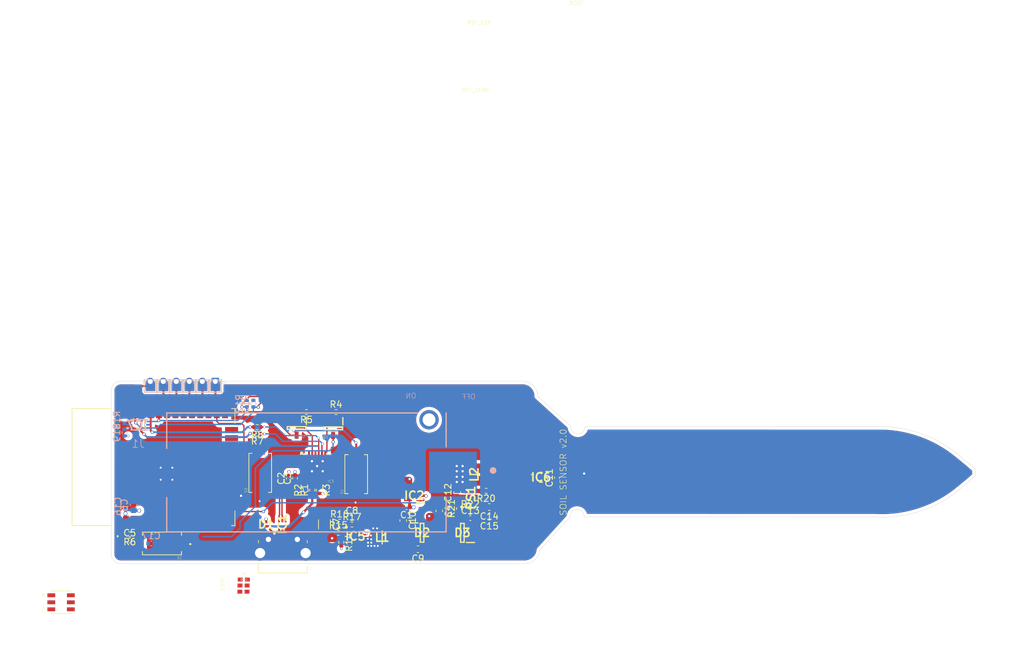
<source format=kicad_pcb>
(kicad_pcb (version 20211014) (generator pcbnew)
  (layers (0 "F.Cu" signal) (1 "In1.Cu" power "GND.Cu") (2 "In2.Cu" mixed "PWR.Cu") (31 "B.Cu" signal "B.cu") (34 "B.Paste" user) (35 "F.Paste" user) (36 "B.SilkS" user "B.Silkscreen") (37 "F.SilkS" user "F.Silkscreen") (38 "B.Mask" user) (39 "F.Mask" user) (44 "Edge.Cuts" user))
  (net 0 "")
  (net 1 "GND")
  (net 2 "+5V")
  (net 3 "Net-(LED1-Pad6)")
  (net 4 "Net-(LED1-Pad4)")
  (net 5 "Net-(LED1-Pad2)")
  (net 6 "+3.3V")
  (net 7 "/esp32/RST_ESP_N")
  (net 8 "Net-(Q2-Pad1)")
  (net 9 "Net-(Q1-Pad1)")
  (net 10 "/USB2_P")
  (net 11 "/USB2_N")
  (net 12 "/usb_to uart/RTS")
  (net 13 "/esp32/RXD")
  (net 14 "/esp32/TXD")
  (net 15 "/usb_to uart/DTR")
  (net 16 "/esp32/EN_SENS")
  (net 17 "/esp32/CONNECT_OK")
  (net 18 "/esp32/ERROR")
  (net 19 "/esp32/ESPTOUCH")
  (net 20 "/esp32/touch_sens")
  (net 21 "/esp32/~{RST_SSID}")
  (net 22 "/esp32/IO16")
  (net 23 "/esp32/IO17")
  (net 24 "/esp32/IO5")
  (net 25 "/esp32/IO18")
  (net 26 "/esp32/IO19")
  (net 27 "/esp32/SDA")
  (net 28 "/esp32/RXD0")
  (net 29 "/esp32/TXD0")
  (net 30 "/esp32/SCL")
  (net 31 "/esp32/IO23")
  (net 32 "/USB2_CN_P")
  (net 33 "/USB2_CN_N")
  (net 35 "/usb_to uart/VBUS")
  (net 36 "BAT+")
  (net 41 "Net-(IC3-Pad8)")
  (net 42 "Net-(IC3-Pad9)")
  (net 69 "/esp32/BOOT")
  (net 72 "Net-(IC7-Pad2)")
  (net 73 "Net-(IC7-Pad5)")
  (net 75 "/power/5V-3V3/FB")
  (net 76 "/power/5V-3V3/PG")
  (net 77 "/power/5V-3V3/LX")
  (net 78 "/power/5V-3V3/EN")
  (net 79 "/power/BAT-3V3/SW")
  (net 80 "/power/BAT-3V3/EN")
  (net 81 "/power/BAT-3V3/FB")
  (net 82 "/VDD_SENS")
  (net 83 "/power/USB_3V3")
  (net 84 "/power/BAT_3V3")
  (footprint "Capacitor_SMD:C_0402_1005Metric" (layer "F.Cu") (at 110.3852 105.929749 90)
    (fp_text reference "C3")
    (fp_text value "0.1uF 16V 0402")
  )
  (footprint "Capacitor_SMD:C_0402_1005Metric" (layer "F.Cu") (at 109.4252 105.929749 90)
    (fp_text reference "C2")
    (fp_text value "4.7uF 10V 0402")
  )
  (footprint "Capacitor_SMD:C_0603_1608Metric" (layer "F.Cu") (at 132.5552 110.929749 -90)
    (fp_text reference "C4")
    (fp_text value "10uF 10V 0603")
  )
  (footprint "my_diode:SOT95P280X145-5N" (layer "F.Cu") (at 136.0977 114.289749 180)
    (fp_text reference "D3")
    (fp_text value "MAX40203AUK+T" hide)
  )
  (footprint "global_foot:SON50P150X170X55-6N-D" (layer "F.Cu") (at 108.4452 112.954749 90)
    (fp_text reference "IC1")
    (fp_text value "ECMF02-2AMX6" hide)
  )
  (footprint "esp32_moisture:RHDR6W40P0X200_1X6_1200X210X45" (layer "F.Cu") (at 98.1352 91.029749 180)
    (fp_text reference "J3" hide)
    (fp_text value "2314878-6" hide)
  )
  (footprint "esp32_moisture:L1MCRGB0035000MP0" (layer "F.Cu") (at 74.4352 124.979749)
    (fp_text reference "LED1")
    (fp_text value "L1MC-RGB0035000MP0" hide)
  )
  (footprint "esp32_moisture:SOT95P240X115-3N" (layer "F.Cu") (at 116.2352 98.229749 -90)
    (fp_text reference "Q1")
    (fp_text value "SS8050-G" hide)
  )
  (footprint "esp32_moisture:SOT95P240X115-3N" (layer "F.Cu") (at 110.6352 98.179749 -90)
    (fp_text reference "Q2")
    (fp_text value "SS8050-G" hide)
  )
  (footprint "global_foot:R_0402_1005Metric" (layer "F.Cu") (at 104.5852 98.029749 180)
    (fp_text reference "R8")
    (fp_text value "0R 5% 0402")
  )
  (footprint "esp32_moisture:RESC1005X35N" (layer "F.Cu") (at 102.5152 121.479749 180)
    (fp_text reference "R9")
    (fp_text value "CPF0402B24RE1" hide)
  )
  (footprint "esp32_moisture:RESC1005X35N" (layer "F.Cu") (at 102.4752 122.399749 180)
    (fp_text reference "R10")
    (fp_text value "CPF0402B15RE" hide)
  )
  (footprint "global_foot:R_0402_1005Metric" (layer "F.Cu") (at 113.0352 107.729749 90)
    (fp_text reference "R1")
    (fp_text value "22.1K 1% 0402")
  )
  (footprint "global_foot:R_0402_1005Metric" (layer "F.Cu") (at 116.6852 95.729749)
    (fp_text reference "R4")
    (fp_text value "10K 1% 0402")
  )
  (footprint "global_foot:R_0402_1005Metric" (layer "F.Cu") (at 84.9852 114.529749 180)
    (fp_text reference "R6")
    (fp_text value "10K 1% 0402")
  )
  (footprint "global_foot:R_0402_1005Metric" (layer "F.Cu") (at 112.0352 107.739749 90)
    (fp_text reference "R2")
    (fp_text value "47.5K 1% 0402 ")
  )
  (footprint "global_foot:R_0402_1005Metric" (layer "F.Cu") (at 114.0352 107.729749 -90)
    (fp_text reference "R3")
    (fp_text value "2K 1% 0402")
  )
  (footprint "global_foot:R_0402_1005Metric" (layer "F.Cu") (at 104.5852 99.054749 180)
    (fp_text reference "R7")
    (fp_text value "0R 5% 0402")
  )
  (footprint "global_foot:R_0402_1005Metric" (layer "F.Cu") (at 117.4952 115.749749 -90)
    (fp_text reference "R14")
    (fp_text value "10K 0402 1% 1/16W")
  )
  (footprint "global_foot:R_0402_1005Metric" (layer "F.Cu") (at 117.0452 114.289749)
    (fp_text reference "R15")
    (fp_text value "100K 0402 1% 1/16W")
  )
  (footprint "global_foot:R_0402_1005Metric" (layer "F.Cu") (at 112.1352 95.729749 180)
    (fp_text reference "R5")
    (fp_text value "10K 1% 0402")
  )
  (footprint "esp32_moisture:TP15R" (layer "F.Cu") (at 154.813 105.187749)
    (fp_text reference "TP1" hide)
    (fp_text value "TPTP15R" hide)
  )
  (footprint "my_bus_switch:SOT65P210X110-5N" (layer "F.Cu") (at 128.7052 108.579749 180)
    (fp_text reference "IC2")
    (fp_text value "74CB3T1G125DCKRG4" hide)
  )
  (footprint "esp32_moisture:UJ2MIBH24SMTTR" (layer "F.Cu") (at 108.5152 117.887249 90)
    (fp_text reference "J2")
    (fp_text value "UJ2-MIBH2-4-SMT-TR" hide)
  )
  (footprint "Capacitor_SMD:C_0402_1005Metric" (layer "F.Cu") (at 127.5052 110.379749 180)
    (fp_text reference "C1")
    (fp_text value "0.1uF 16V 0402")
  )
  (footprint "my_sens:SHT40AD1BR3" (layer "F.Cu") (at 148.1852 105.754749)
    (fp_text reference "IC6")
    (fp_text value "SHT40-AD1B-R3" hide)
  )
  (footprint "global_foot:SON50P201X201X60-9N-D" (layer "F.Cu") (at 119.6502 114.828249)
    (fp_text reference "IC5")
    (fp_text value "AP3441SHE-7B" hide)
  )
  (footprint "esp32_moisture:QFN50P400X400X80-25N" (layer "F.Cu") (at 113.7752 104.029749)
    (fp_text reference "IC3")
    (fp_text value "CP2102N-A01-GQFN24R" hide)
  )
  (footprint "global_foot:R_0402_1005Metric" (layer "F.Cu") (at 137.2977 111.059749)
    (fp_text reference "R22")
    (fp_text value "316K 1% 0402")
  )
  (footprint "global_foot:R_0402_1005Metric" (layer "F.Cu") (at 139.7577 107.839749 180)
    (fp_text reference "R20")
    (fp_text value "10K 0402 1% 1/16W")
  )
  (footprint "Capacitor_SMD:C_0402_1005Metric" (layer "F.Cu") (at 137.3177 112.039749)
    (fp_text reference "C13")
    (fp_text value "10pF 50V 2% 0402")
  )
  (footprint "Capacitor_SMD:C_0402_1005Metric" (layer "F.Cu") (at 150.6352 105.829749 90)
    (fp_text reference "C11")
    (fp_text value "0.1uF 16V 0402")
  )
  (footprint "Capacitor_SMD:C_0402_1005Metric" (layer "F.Cu") (at 119.1252 112.039749)
    (fp_text reference "C8")
    (fp_text value "22pF 50V 0402 10%")
  )
  (footprint "esp32_moisture:PTS636SM43JSMTRLFS" (layer "F.Cu") (at 89.9352 115.929749 180)
    (fp_text reference "S2")
    (fp_text value "PTS636_SM43J_SMTR_LFS" hide)
  )
  (footprint "Capacitor_SMD:C_0603_1608Metric" (layer "F.Cu") (at 140.2352 110.329749 180)
    (fp_text reference "C14")
    (fp_text value "22uF 6.3V 0603")
  )
  (footprint "TestPoint:TestPoint_Pad_1.5x1.5mm" (layer "F.Cu") (at 98.1602 91.729749)
    (fp_text reference "REF**" hide)
    (fp_text value "TestPoint_Pad_1.5x1.5mm" hide)
  )
  (footprint "my_coil:INDC2016X80N" (layer "F.Cu") (at 137.9277 105.329749 -90)
    (fp_text reference "L2")
    (fp_text value "0.47uH 4.9A" hide)
  )
  (footprint "TestPoint:TestPoint_Pad_1.5x1.5mm" (layer "F.Cu") (at 90.1602 91.729749)
    (fp_text reference "REF**" hide)
    (fp_text value "TestPoint_Pad_1.5x1.5mm" hide)
  )
  (footprint "Capacitor_SMD:C_0603_1608Metric" (layer "F.Cu") (at 129.2752 116.809749 180)
    (fp_text reference "C9")
    (fp_text value "22uF 6.3V 0603 20%")
  )
  (footprint "my_diode:BAS3010S02LRHE6327XTSA1" (layer "F.Cu") (at 105.9452 112.974749 180)
    (fp_text reference "D1")
    (fp_text value "BAS3010S02LRHE6327XTSA1" hide)
  )
  (footprint "global_foot:R_0402_1005Metric" (layer "F.Cu") (at 135.5877 110.569749 90)
    (fp_text reference "R21")
    (fp_text value "100K 1% 0402")
  )
  (footprint "my_step_up:SON50P200X200X80-9N" (layer "F.Cu") (at 137.4152 108.919749 90)
    (fp_text reference "PS1")
    (fp_text value "TPS61021ADSGR" hide)
  )
  (footprint "Capacitor_SMD:C_0402_1005Metric" (layer "F.Cu") (at 84.9852 115.479749)
    (fp_text reference "C5")
    (fp_text value "4.7uF 10V 0402")
  )
  (footprint "Capacitor_SMD:C_0603_1608Metric" (layer "F.Cu") (at 135.3277 108.119749 90)
    (fp_text reference "C12")
    (fp_text value "10uF 10V 0603")
  )
  (footprint "Capacitor_SMD:C_0603_1608Metric" (layer "F.Cu") (at 127.0152 112.399749 -90)
    (fp_text reference "C10")
    (fp_text value "22uF 6.3V 0603 20%")
  )
  (footprint "esp32_moisture:PTS636SM43JSMTRLFS" (layer "F.Cu") (at 119.7852 105.279749 90)
    (fp_text reference "S1")
    (fp_text value "PTS636_SM43J_SMTR_LFS" hide)
  )
  (footprint "TestPoint:TestPoint_Pad_1.5x1.5mm" (layer "F.Cu") (at 94.1602 91.729749)
    (fp_text reference "REF**" hide)
    (fp_text value "TestPoint_Pad_1.5x1.5mm" hide)
  )
  (footprint "TestPoint:TestPoint_Pad_1.5x1.5mm" (layer "F.Cu") (at 92.1602 91.729749)
    (fp_text reference "REF**" hide)
    (fp_text value "TestPoint_Pad_1.5x1.5mm" hide)
  )
  (footprint "esp32_moisture:RESC1005X35N" (layer "F.Cu") (at 102.4602 123.354749)
    (fp_text reference "R11")
    (fp_text value "CPF0402B12RE1" hide)
  )
  (footprint "global_foot:DFE2HCAH1R0MJ0L" (layer "F.Cu") (at 123.7752 115.009749)
    (fp_text reference "L1")
    (fp_text value "2.2uH 2.2A" hide)
  )
  (footprint "global_foot:R_0402_1005Metric" (layer "F.Cu") (at 117.2252 112.584749)
    (fp_text reference "R16")
    (fp_text value "95.3K 0402 1% 1/10W")
  )
  (footprint "TestPoint:TestPoint_Pad_1.5x1.5mm" (layer "F.Cu") (at 96.1602 91.729749)
    (fp_text reference "REF**" hide)
    (fp_text value "TestPoint_Pad_1.5x1.5mm" hide)
  )
  (footprint "TestPoint:TestPoint_Pad_1.5x1.5mm" (layer "F.Cu") (at 88.1602 91.729749)
    (fp_text reference "REF**" hide)
    (fp_text value "TestPoint_Pad_1.5x1.5mm" hide)
  )
  (footprint "Capacitor_SMD:C_1206_3216Metric" (layer "F.Cu") (at 114.9052 112.989749 -90)
    (fp_text reference "C7")
    (fp_text value "22uF 10V 1206 10%")
  )
  (footprint "global_foot:R_0402_1005Metric" (layer "F.Cu") (at 119.1352 113.019749)
    (fp_text reference "R17")
    (fp_text value "430K 0402 1% 1/10W")
  )
  (footprint "my_diode:SOT95P280X145-5N" (layer "F.Cu") (at 129.9052 114.279749)
    (fp_text reference "D2")
    (fp_text value "MAX40203AUK+T" hide)
  )
  (footprint "esp32_moisture:ESP32WROOM32D4MB" (layer "F.Cu") (at 83.1352 112.679749 90)
    (fp_text reference "IC4" hide)
    (fp_text value "ESP32-WROOM-32D__4MB_" hide)
  )
  (footprint "Capacitor_SMD:C_0603_1608Metric" (layer "F.Cu") (at 140.2352 111.829749 180)
    (fp_text reference "C15")
    (fp_text value "22uF 6.3V 0603")
  )
  (footprint "esp32_moisture:PTS636SM43JSMTRLFS" (layer "F.Cu") (at 105.0352 105.079749 90)
    (fp_text reference "S3")
    (fp_text value "PTS636_SM43J_SMTR_LFS" hide)
  )
  (footprint "esp32_moisture:1050" (layer "B.Cu") (at 112.1352 105.009949 180)
    (fp_text reference "J1")
    (fp_text value "1050" hide)
  )
  (footprint "global_foot:R_0402_1005Metric" (layer "B.Cu") (at 103.9852 94.429749 -90)
    (fp_text reference "R13")
    (fp_text value "10K 1% 0402")
  )
  (footprint "TestPoint:TestPoint_Pad_1.5x1.5mm" (layer "B.Cu") (at 96.1602 91.729749 180)
    (fp_text reference "REF**" hide)
    (fp_text value "TestPoint_Pad_1.5x1.5mm" hide)
  )
  (footprint "TestPoint:TestPoint_Pad_1.5x1.5mm" (layer "B.Cu") (at 88.1602 91.729749 180)
    (fp_text reference "REF**" hide)
    (fp_text value "TestPoint_Pad_1.5x1.5mm" hide)
  )
  (footprint "global_foot:R_0402_1005Metric" (layer "B.Cu") (at 84.1852 98.879749 -90)
    (fp_text reference "R19")
    (fp_text value "1K 0402")
  )
  (footprint "Capacitor_SMD:C_0603_1608Metric" (layer "B.Cu") (at 85.5852 110.029749 -90)
    (fp_text reference "C6")
    (fp_text value "22uF 6.3V 0603")
  )
  (footprint "TestPoint:TestPoint_Pad_1.5x1.5mm" (layer "B.Cu") (at 98.1602 91.729749 180)
    (fp_text reference "REF**" hide)
    (fp_text value "TestPoint_Pad_1.5x1.5mm" hide)
  )
  (footprint "TestPoint:TestPoint_Pad_1.5x1.5mm" (layer "B.Cu") (at 90.1602 91.729749 180)
    (fp_text reference "REF**" hide)
    (fp_text value "TestPoint_Pad_1.5x1.5mm" hide)
  )
  (footprint "TestPoint:TestPoint_Pad_1.5x1.5mm" (layer "B.Cu") (at 92.1602 91.729749 180)
    (fp_text reference "REF**" hide)
    (fp_text value "TestPoint_Pad_1.5x1.5mm" hide)
  )
  (footprint "TestPoint:TestPoint_Pad_1.5x1.5mm" (layer "B.Cu") (at 94.1602 91.729749 180)
    (fp_text reference "REF**" hide)
    (fp_text value "TestPoint_Pad_1.5x1.5mm" hide)
  )
  (footprint "global_foot:R_0402_1005Metric" (layer "B.Cu") (at 102.9852 94.429749 -90)
    (fp_text reference "R12")
    (fp_text value "10K 1% 0402")
  )
  (footprint "my_sens:WSOF6" (layer "B.Cu") (at 86.475185 97.679749)
    (fp_text reference "IC7")
    (fp_text value "BH1750FVI-TR" hide)
  )
  (footprint "Capacitor_SMD:C_0402_1005Metric" (layer "B.Cu") (at 88.2852 115.929749 180)
    (fp_text reference "C17")
    (fp_text value "0.1uF 50V X7R 0402")
  )
  (footprint "Capacitor_SMD:C_0402_1005Metric" (layer "B.Cu") (at 84.3352 110.229749 -90)
    (fp_text reference "C16")
    (fp_text value "0.1uF 16V 0402")
  )
  (footprint "global_foot:R_0402_1005Metric" (layer "B.Cu") (at 84.1852 96.979749 -90)
    (fp_text reference "R18")
    (fp_text value "1K 0402")
  )
  (gr_line (start 154.947656 97.922913) (end 199.6946 97.930749) (layer "Edge.Cuts") (width 0.05))
  (gr_arc (start 148.0058 116.947949) (mid 147.250082 118.433232) (end 145.6944 119.03075) (layer "Edge.Cuts") (width 0.05))
  (gr_line (start 214.0352 103.729749) (end 214.9352 104.529749) (layer "Edge.Cuts") (width 0.05))
  (gr_line (start 214.0352 106.329749) (end 214.9352 105.529749) (layer "Edge.Cuts") (width 0.05))
  (gr_line (start 145.5944 90.98075) (end 83.6946 90.980749) (layer "Edge.Cuts") (width 0.05))
  (gr_arc (start 154.947656 97.922913) (mid 153.851628 99.080749) (end 152.763256 97.915713) (layer "Edge.Cuts") (width 0.05))
  (gr_line (start 82.1436 92.640149) (end 82.1352 117.479749) (layer "Edge.Cuts") (width 0.05))
  (gr_line (start 147.677201 93.29215) (end 152.763256 97.915713) (layer "Edge.Cuts") (width 0.05))
  (gr_line (start 212.3352 102.329749) (end 214.0352 103.729749) (layer "Edge.Cuts") (width 0.05))
  (gr_line (start 212.3352 107.729749) (end 214.0352 106.329749) (layer "Edge.Cuts") (width 0.05))
  (gr_line (start 145.6944 119.03075) (end 83.7946 119.030749) (layer "Edge.Cuts") (width 0.05))
  (gr_line (start 154.813763 111.869094) (end 199.560707 111.87693) (layer "Edge.Cuts") (width 0.05))
  (gr_arc (start 199.6946 97.930749) (mid 206.413192 98.98575) (end 212.3352 102.329749) (layer "Edge.Cuts") (width 0.05))
  (gr_line (start 214.9352 104.529749) (end 214.9352 105.529749) (layer "Edge.Cuts") (width 0.05))
  (gr_arc (start 83.7946 119.030749) (mid 82.603739 118.641652) (end 82.1352 117.479749) (layer "Edge.Cuts") (width 0.05))
  (gr_arc (start 152.629363 111.861894) (mid 153.725391 110.704058) (end 154.813763 111.869094) (layer "Edge.Cuts") (width 0.05))
  (gr_arc (start 212.3352 107.729749) (mid 206.335527 110.997176) (end 199.560707 111.87693) (layer "Edge.Cuts") (width 0.05))
  (gr_arc (start 145.5944 90.98075) (mid 147.079683 91.736468) (end 147.677201 93.29215) (layer "Edge.Cuts") (width 0.05))
  (gr_arc (start 82.1436 92.640149) (mid 82.532697 91.449288) (end 83.6946 90.980749) (layer "Edge.Cuts") (width 0.05))
  (gr_line (start 148.0058 116.947949) (end 152.629363 111.861894) (layer "Edge.Cuts") (width 0.05))
  (gr_text "IO5" (at 95.5802 91.408249) (layer "B.SilkS") (effects (font (size 0.38608 0.38608) (thickness 0.032512)) (justify left bottom mirror)))
  (gr_text "IO19" (at 91.7194 91.459049) (layer "B.SilkS") (effects (font (size 0.38608 0.38608) (thickness 0.032512)) (justify left bottom mirror)))
  (gr_text "ON" (at 129.0574 93.681549) (layer "B.SilkS") (effects (font (size 0.77216 0.77216) (thickness 0.065024)) (justify left bottom mirror)))
  (gr_text "IO18" (at 93.7133 91.395549) (layer "B.SilkS") (effects (font (size 0.38608 0.38608) (thickness 0.032512)) (justify left bottom mirror)))
  (gr_text "IO17" (at 97.7011 91.420949) (layer "B.SilkS") (effects (font (size 0.38608 0.38608) (thickness 0.032512)) (justify left bottom mirror)))
  (gr_text "IO16" (at 99.8601 91.459049) (layer "B.SilkS") (effects (font (size 0.38608 0.38608) (thickness 0.032512)) (justify left bottom mirror)))
  (gr_text "IO23" (at 89.7001 91.408249) (layer "B.SilkS") (effects (font (size 0.38608 0.38608) (thickness 0.032512)) (justify left bottom mirror)))
  (gr_text "OFF" (at 138.176 93.808549) (layer "B.SilkS") (effects (font (size 0.77216 0.77216) (thickness 0.065024)) (justify left bottom mirror)))
  (gr_text "SOIL SENSOR v2.0" (at 151.6152 104.979749 90) (layer "F.SilkS") (effects (font (size 0.9652 0.9652) (thickness 0.08128))))
  (gr_text "BOOT" (at 154.778 32.483349) (layer "F.SilkS") (effects (font (size 0.57912 0.57912) (thickness 0.048768)) (justify right top)))
  (gr_text "SSID" (at 99.5852 123.279749 90) (layer "F.SilkS") (effects (font (size 0.57912 0.57912) (thickness 0.048768)) (justify left bottom)))
  (gr_text "RST_SENS" (at 140.2746 45.869149) (layer "F.SilkS") (effects (font (size 0.57912 0.57912) (thickness 0.048768)) (justify right top)))
  (gr_text "RST_ESP" (at 140.554 35.531349) (layer "F.SilkS") (effects (font (size 0.57912 0.57912) (thickness 0.048768)) (justify right top)))
  (segment (start 108.9452 113.654749) (end 108.9452 114.139749) (width 0.2) (layer "F.Cu") (net 1))
  (segment (start 90.6252 103.344749) (end 90.6252 105.179749) (width 0.45) (layer "F.Cu") (net 1))
  (segment (start 109.8152 115.009749) (end 109.8152 115.862249) (width 0.2) (layer "F.Cu") (net 1))
  (segment (start 112.9852 103.279749) (end 113.0252 103.279749) (width 0.3) (layer "F.Cu") (net 1))
  (segment (start 88.7902 103.344749) (end 90.6252 103.344749) (width 0.45) (layer "F.Cu") (net 1))
  (segment (start 92.4602 103.344749) (end 92.4602 105.179749) (width 0.45) (layer "F.Cu") (net 1))
  (segment (start 90.6252 105.179749) (end 92.4602 105.179749) (width 0.45) (layer "F.Cu") (net 1))
  (segment (start 92.4602 105.179749) (end 92.4602 107.014749) (width 0.45) (layer "F.Cu") (net 1))
  (segment (start 137.3477 114.289749) (end 136.4452 114.289749) (width 0.35) (layer "F.Cu") (net 1))
  (segment (start 113.0252 103.279749) (end 113.7752 104.029749) (width 0.3) (layer "F.Cu") (net 1))
  (segment (start 88.7902 107.014749) (end 88.7902 105.179749) (width 0.45) (layer "F.Cu") (net 1))
  (segment (start 111.8252 103.279749) (end 112.9852 103.279749) (width 0.3) (layer "F.Cu") (net 1))
  (segment (start 90.6252 105.179749) (end 88.7902 105.179749) (width 0.45) (layer "F.Cu") (net 1))
  (segment (start 108.9452 114.139749) (end 109.8152 115.009749) (width 0.2) (layer "F.Cu") (net 1))
  (segment (start 136.4452 114.289749) (end 136.4352 114.279749) (width 0.35) (layer "F.Cu") (net 1))
  (segment (start 90.6252 105.179749) (end 90.6252 107.014749) (width 0.45) (layer "F.Cu") (net 1))
  (segment (start 90.6252 103.344749) (end 92.4602 103.344749) (width 0.45) (layer "F.Cu") (net 1))
  (segment (start 88.7902 103.344749) (end 88.7902 105.179749) (width 0.45) (layer "F.Cu") (net 1))
  (segment (start 90.6252 107.014749) (end 92.4602 107.014749) (width 0.45) (layer "F.Cu") (net 1))
  (segment (start 128.6552 114.279749) (end 129.5852 114.279749) (width 0.35) (layer "F.Cu") (net 1))
  (segment (start 88.7902 107.014749) (end 90.6252 107.014749) (width 0.45) (layer "F.Cu") (net 1))
  (via (at 114.6352 103.279749) (size 0.5) (drill 0.35) (layers "F.Cu" "B.Cu") (net 1))
  (via (at 91.5352 106.129749) (size 0.5) (drill 0.3) (layers "F.Cu" "B.Cu") (net 1))
  (via (at 114.6352 104.829749) (size 0.5) (drill 0.35) (layers "F.Cu" "B.Cu") (net 1))
  (via (at 136.4352 114.279749) (size 0.5) (drill 0.35) (layers "F.Cu" "B.Cu") (net 1))
  (via (at 91.5352 104.279749) (size 0.5) (drill 0.3) (layers "F.Cu" "B.Cu") (net 1))
  (via (at 112.9852 103.279749) (size 0.5) (drill 0.35) (layers "F.Cu" "B.Cu") (net 1))
  (via (at 112.9852 104.829749) (size 0.5) (drill 0.35) (layers "F.Cu" "B.Cu") (net 1))
  (via (at 113.7752 104.029749) (size 0.5) (drill 0.35) (layers "F.Cu" "B.Cu") (net 1))
  (via (at 129.5852 114.279749) (size 0.5) (drill 0.35) (layers "F.Cu" "B.Cu") (net 1))
  (via (at 89.7352 104.279749) (size 0.5) (drill 0.3) (layers "F.Cu" "B.Cu") (net 1))
  (via (at 89.7352 106.129749) (size 0.5) (drill 0.3) (layers "F.Cu" "B.Cu") (net 1))
  (segment (start 116.6852 115.079749) (end 117.3352 115.079749) (width 0.2) (layer "F.Cu") (net 2))
  (segment (start 117.6567 115.078249) (end 117.4952 115.239749) (width 0.2) (layer "F.Cu") (net 2))
  (segment (start 117.3352 115.079749) (end 117.4952 115.239749) (width 0.2) (layer "F.Cu") (net 2))
  (segment (start 116.5352 114.289749) (end 116.5552 114.309749) (width 0.2) (layer "F.Cu") (net 2))
  (segment (start 116.5552 114.309749) (end 116.5552 114.949749) (width 0.2) (layer "F.Cu") (net 2))
  (segment (start 105.9452 112.649749) (end 105.9452 112.189749) (width 0.3) (layer "F.Cu") (net 2))
  (segment (start 116.5552 114.949749) (end 116.6852 115.079749) (width 0.2) (layer "F.Cu") (net 2))
  (segment (start 118.6002 115.078249) (end 117.6567 115.078249) (width 0.2) (layer "F.Cu") (net 2))
  (segment (start 105.9452 112.189749) (end 105.9352 112.179749) (width 0.3) (layer "F.Cu") (net 2))
  (via (at 116.0852 115.129749) (size 0.5) (drill 0.35) (layers "F.Cu" "B.Cu") (net 2))
  (via (at 105.9352 112.179749) (size 0.5) (drill 0.35) (layers "F.Cu" "B.Cu") (net 2))
  (segment (start 127.9852 109.459749) (end 127.9852 109.769749) (width 0.2) (layer "F.Cu") (net 6))
  (segment (start 109.4252 104.939749) (end 109.4352 104.929749) (width 0.3) (layer "F.Cu") (net 6))
  (segment (start 109.4252 105.449749) (end 110.3852 105.449749) (width 0.3) (layer "F.Cu") (net 6))
  (segment (start 84.3952 112.679749) (end 84.3952 114.449749) (width 0.35) (layer "F.Cu") (net 6))
  (segment (start 127.9852 110.379749) (end 128.6052 110.379749) (width 0.45) (layer "F.Cu") (net 6))
  (segment (start 127.9852 110.379749) (end 127.9852 109.769749) (width 0.45) (layer "F.Cu") (net 6))
  (segment (start 110.3852 105.449749) (end 110.3852 104.929749) (width 0.3) (layer "F.Cu") (net 6))
  (segment (start 127.7552 109.229749) (end 127.9852 109.459749) (width 0.2) (layer "F.Cu") (net 6))
  (segment (start 112.1352 105.979749) (end 112.5252 105.979749) (width 0.2) (layer "F.Cu") (net 6))
  (segment (start 114.5952 108.239749) (end 114.6352 108.279749) (width 0.35) (layer "F.Cu") (net 6))
  (segment (start 111.8252 105.669749) (end 112.1352 105.979749) (width 0.2) (layer "F.Cu") (net 6))
  (segment (start 84.3352 111.329749) (end 84.3352 112.619749) (width 0.35) (layer "F.Cu") (net 6))
  (segment (start 111.1652 105.279749) (end 110.9952 105.449749) (width 0.3) (layer "F.Cu") (net 6))
  (segment (start 111.8252 105.279749) (end 111.8252 105.669749) (width 0.2) (layer "F.Cu") (net 6))
  (segment (start 84.3352 112.619749) (end 84.3952 112.679749) (width 0.35) (layer "F.Cu") (net 6))
  (segment (start 109.4252 105.449749) (end 109.4252 104.939749) (width 0.3) (layer "F.Cu") (net 6))
  (segment (start 110.9952 105.449749) (end 110.3852 105.449749) (width 0.3) (layer "F.Cu") (net 6))
  (segment (start 130.4852 108.579749) (end 129.6552 108.579749) (width 0.35) (layer "F.Cu") (net 6))
  (segment (start 130.5352 108.629749) (end 130.4852 108.579749) (width 0.35) (layer "F.Cu") (net 6))
  (segment (start 111.1652 105.279749) (end 111.8252 105.279749) (width 0.2) (layer "F.Cu") (net 6))
  (segment (start 84.3952 114.449749) (end 84.4752 114.529749) (width 0.35) (layer "F.Cu") (net 6))
  (segment (start 114.0352 108.239749) (end 114.5952 108.239749) (width 0.35) (layer "F.Cu") (net 6))
  (via (at 110.3852 104.929749) (size 0.5) (drill 0.35) (layers "F.Cu" "B.Cu") (net 6))
  (via (at 109.4352 104.929749) (size 0.5) (drill 0.35) (layers "F.Cu" "B.Cu") (net 6))
  (via (at 131.0052 111.729749) (size 0.5) (drill 0.3) (layers "F.Cu" "B.Cu") (net 6))
  (via (at 114.6352 108.279749) (size 0.5) (drill 0.35) (layers "F.Cu" "B.Cu") (net 6))
  (via (at 86.4352 110.879749) (size 0.6) (drill 0.45) (layers "F.Cu" "B.Cu") (net 6))
  (via (at 128.6052 110.379749) (size 0.6) (drill 0.45) (layers "F.Cu" "B.Cu") (net 6))
  (via (at 130.5352 108.629749) (size 0.5) (drill 0.35) (layers "F.Cu" "B.Cu") (net 6))
  (via (at 84.3352 111.329749) (size 0.6) (drill 0.45) (layers "F.Cu" "B.Cu") (net 6))
  (segment (start 84.3352 110.709749) (end 84.4302 110.804749) (width 0.35) (layer "B.Cu") (net 6))
  (segment (start 85.6602 110.879749) (end 85.5852 110.804749) (width 0.35) (layer "B.Cu") (net 6))
  (segment (start 84.3352 110.709749) (end 84.3352 111.329749) (width 0.35) (layer "B.Cu") (net 6))
  (segment (start 86.4352 110.879749) (end 85.6602 110.879749) (width 0.35) (layer "B.Cu") (net 6))
  (segment (start 84.4302 110.804749) (end 85.5852 110.804749) (width 0.35) (layer "B.Cu") (net 6))
  (segment (start 86.6852 115.929749) (end 86.6852 115.529749) (width 0.3) (layer "F.Cu") (net 7))
  (segment (start 86.6852 115.529749) (end 86.6352 115.479749) (width 0.3) (layer "F.Cu") (net 7))
  (segment (start 85.4652 115.479749) (end 85.4652 114.559749) (width 0.3) (layer "F.Cu") (net 7))
  (segment (start 85.4652 114.559749) (end 85.4952 114.529749) (width 0.3) (layer "F.Cu") (net 7))
  (segment (start 116.2352 99.329749) (end 116.2352 100.329749) (width 0.2) (layer "F.Cu") (net 7))
  (segment (start 86.6352 115.479749) (end 85.4652 115.479749) (width 0.3) (layer "F.Cu") (net 7))
  (segment (start 85.6652 112.679749) (end 85.6652 114.359749) (width 0.3) (layer "F.Cu") (net 7))
  (segment (start 85.6652 114.359749) (end 85.4952 114.529749) (width 0.3) (layer "F.Cu") (net 7))
  (via (at 116.2352 100.329749) (size 0.5) (drill 0.3) (layers "F.Cu" "B.Cu") (net 7))
  (segment (start 104.2852 104.379749) (end 104.2852 110.229749) (width 0.2) (layer "B.Cu") (net 7))
  (segment (start 104.2852 110.229749) (end 101.9352 112.579749) (width 0.2) (layer "B.Cu") (net 7))
  (segment (start 116.2352 100.329749) (end 116.2352 101.129749) (width 0.2) (layer "B.Cu") (net 7))
  (segment (start 115.6852 101.679749) (end 106.9852 101.679749) (width 0.2) (layer "B.Cu") (net 7))
  (segment (start 100.6352 114.879749) (end 96.1852 114.879749) (width 0.2) (layer "B.Cu") (net 7))
  (segment (start 106.9852 101.679749) (end 104.2852 104.379749) (width 0.2) (layer "B.Cu") (net 7))
  (segment (start 116.2352 101.129749) (end 115.6852 101.679749) (width 0.2) (layer "B.Cu") (net 7))
  (segment (start 101.9352 113.579749) (end 100.6352 114.879749) (width 0.2) (layer "B.Cu") (net 7))
  (segment (start 101.9352 112.579749) (end 101.9352 113.579749) (width 0.2) (layer "B.Cu") (net 7))
  (segment (start 111.6252 97.039749) (end 111.5852 97.079749) (width 0.2) (layer "F.Cu") (net 8))
  (segment (start 111.6252 95.729749) (end 111.6252 97.039749) (width 0.2) (layer "F.Cu") (net 8))
  (segment (start 117.1952 97.119749) (end 117.1852 97.129749) (width 0.2) (layer "F.Cu") (net 9))
  (segment (start 117.1952 95.729749) (end 117.1952 97.119749) (width 0.2) (layer "F.Cu") (net 9))
  (segment (start 108.00765 111.554798) (end 108.00765 104.742063) (width 0.2097) (layer "F.Cu") (net 10))
  (segment (start 111.125249 103.842199) (end 111.187699 103.779749) (width 0.2097) (layer "F.Cu") (net 10))
  (segment (start 107.9452 112.254749) (end 107.9452 111.617248) (width 0.2097) (layer "F.Cu") (net 10))
  (segment (start 108.907514 103.842199) (end 111.125249 103.842199) (width 0.2097) (layer "F.Cu") (net 10))
  (segment (start 111.187699 103.779749) (end 111.8252 103.779749) (width 0.2097) (layer "F.Cu") (net 10))
  (segment (start 107.9452 111.617248) (end 108.00765 111.554798) (width 0.2097) (layer "F.Cu") (net 10))
  (segment (start 108.00765 104.742063) (end 108.907514 103.842199) (width 0.2097) (layer "F.Cu") (net 10))
  (segment (start 108.38275 104.897435) (end 109.062886 104.217299) (width 0.2097) (layer "F.Cu") (net 11))
  (segment (start 111.125249 104.217299) (end 111.187699 104.279749) (width 0.2097) (layer "F.Cu") (net 11))
  (segment (start 108.4452 112.254749) (end 108.4452 111.617248) (width 0.2097) (layer "F.Cu") (net 11))
  (segment (start 108.4452 111.617248) (end 108.38275 111.554798) (width 0.2097) (layer "F.Cu") (net 11))
  (segment (start 109.062886 104.217299) (end 111.125249 104.217299) (width 0.2097) (layer "F.Cu") (net 11))
  (segment (start 108.38275 111.554798) (end 108.38275 104.897435) (width 0.2097) (layer "F.Cu") (net 11))
  (segment (start 111.187699 104.279749) (end 111.8252 104.279749) (width 0.2097) (layer "F.Cu") (net 11))
  (segment (start 115.2852 97.129749) (end 115.2852 101.819749) (width 0.2) (layer "F.Cu") (net 12))
  (segment (start 115.2852 101.819749) (end 115.0252 102.079749) (width 0.2) (layer "F.Cu") (net 12))
  (segment (start 114.7852 97.129749) (end 115.2852 97.129749) (width 0.2) (layer "F.Cu") (net 12))
  (segment (start 112.6452 95.729749) (end 113.3852 95.729749) (width 0.2) (layer "F.Cu") (net 12))
  (segment (start 113.3852 95.729749) (end 114.7852 97.129749) (width 0.2) (layer "F.Cu") (net 12))
  (segment (start 105.1202 99.079749) (end 105.0952 99.054749) (width 0.2) (layer "F.Cu") (net 13))
  (segment (start 105.6852 99.079749) (end 105.1202 99.079749) (width 0.2) (layer "F.Cu") (net 13))
  (segment (start 114.5252 100.739749) (end 114.5252 102.079749) (width 0.2) (layer "F.Cu") (net 13))
  (segment (start 114.6352 100.629749) (end 114.5252 100.739749) (width 0.2) (layer "F.Cu") (net 13))
  (via (at 105.6852 99.079749) (size 0.4) (drill 0.3) (layers "F.Cu" "B.Cu") (net 13))
  (via (at 114.6352 100.629749) (size 0.4) (drill 0.3) (layers "F.Cu" "B.Cu") (net 13))
  (segment (start 108.5252 100.219749) (end 107.3852 99.079749) (width 0.2) (layer "B.Cu") (net 13))
  (segment (start 107.3852 99.079749) (end 105.6852 99.079749) (width 0.2) (layer "B.Cu") (net 13))
  (segment (start 114.6352 100.629749) (end 114.2252 100.219749) (width 0.2) (layer "B.Cu") (net 13))
  (segment (start 114.2252 100.219749) (end 108.5252 100.219749) (width 0.2) (layer "B.Cu") (net 13))
  (segment (start 114.0252 99.779749) (end 114.0252 102.079749) (width 0.2) (layer "F.Cu") (net 14))
  (segment (start 105.6852 98.029749) (end 105.0952 98.029749) (width 0.2) (layer "F.Cu") (net 14))
  (segment (start 113.9552 99.709749) (end 114.0252 99.779749) (width 0.2) (layer "F.Cu") (net 14))
  (via (at 105.6852 98.029749) (size 0.4) (drill 0.3) (layers "F.Cu" "B.Cu") (net 14))
  (via (at 113.9552 99.709749) (size 0.4) (drill 0.3) (layers "F.Cu" "B.Cu") (net 14))
  (segment (start 113.5952 99.349749) (end 108.8552 99.349749) (width 0.2) (layer "B.Cu") (net 14))
  (segment (start 107.5352 98.029749) (end 105.6852 98.029749) (width 0.2) (layer "B.Cu") (net 14))
  (segment (start 113.9552 99.709749) (end 113.5952 99.349749) (width 0.2) (layer "B.Cu") (net 14))
  (segment (start 108.8552 99.349749) (end 107.5352 98.029749) (width 0.2) (layer "B.Cu") (net 14))
  (segment (start 109.6852 97.179749) (end 110.6352 98.129749) (width 0.2) (layer "F.Cu") (net 15))
  (segment (start 115.3852 95.729749) (end 114.1852 94.529749) (width 0.2) (layer "F.Cu") (net 15))
  (segment (start 113.0352 99.379749) (end 113.0352 102.069749) (width 0.2) (layer "F.Cu") (net 15))
  (segment (start 109.6852 97.079749) (end 109.6852 97.179749) (width 0.2) (layer "F.Cu") (net 15))
  (segment (start 109.6852 95.329749) (end 109.6852 97.079749) (width 0.2) (layer "F.Cu") (net 15))
  (segment (start 113.0352 102.069749) (end 113.0252 102.079749) (width 0.2) (layer "F.Cu") (net 15))
  (segment (start 111.7852 98.129749) (end 113.0352 99.379749) (width 0.2) (layer "F.Cu") (net 15))
  (segment (start 114.1852 94.529749) (end 110.4852 94.529749) (width 0.2) (layer "F.Cu") (net 15))
  (segment (start 110.4852 94.529749) (end 109.6852 95.329749) (width 0.2) (layer "F.Cu") (net 15))
  (segment (start 116.1752 95.729749) (end 115.3852 95.729749) (width 0.2) (layer "F.Cu") (net 15))
  (segment (start 110.6352 98.129749) (end 111.7852 98.129749) (width 0.2) (layer "F.Cu") (net 15))
  (segment (start 129.6552 109.229749) (end 129.6552 109.619749) (width 0.2) (layer "F.Cu") (net 16))
  (segment (start 89.8352 111.029749) (end 89.4752 111.389749) (width 0.2) (layer "F.Cu") (net 16))
  (segment (start 129.6552 109.619749) (end 129.6652 109.629749) (width 0.2) (layer "F.Cu") (net 16))
  (segment (start 89.4752 111.389749) (end 89.4752 112.679749) (width 0.2) (layer "F.Cu") (net 16))
  (segment (start 105.5352 111.029749) (end 89.8352 111.029749) (width 0.2) (layer "F.Cu") (net 16))
  (via (at 105.5352 111.029749) (size 0.5) (drill 0.3) (layers "F.Cu" "B.Cu") (net 16))
  (via (at 129.6652 109.629749) (size 0.4) (drill 0.3) (layers "F.Cu" "B.Cu") (net 16))
  (segment (start 106.8852 109.679749) (end 105.5352 111.029749) (width 0.2) (layer "B.Cu") (net 16))
  (segment (start 129.6152 109.679749) (end 106.8852 109.679749) (width 0.2) (layer "B.Cu") (net 16))
  (segment (start 129.6652 109.629749) (end 129.6152 109.679749) (width 0.2) (layer "B.Cu") (net 16))
  (segment (start 100.6352 108.624749) (end 102.0652 108.624749) (width 0.3) (layer "F.Cu") (net 20))
  (segment (start 102.0652 108.624749) (end 102.0852 108.604749) (width 0.3) (layer "F.Cu") (net 20))
  (via blind (at 102.0852 108.604749) (size 0.5) (drill 0.35) (layers "F.Cu" "In1.Cu") (net 20))
  (via blind (at 154.813 105.187749) (size 0.5) (drill 0.35) (layers "F.Cu" "In1.Cu") (net 20))
  (segment (start 103.0352 101.829749) (end 102.5352 101.329749) (width 0.2) (layer "F.Cu") (net 21))
  (segment (start 105.1352 101.829749) (end 103.0352 101.829749) (width 0.2) (layer "F.Cu") (net 21))
  (segment (start 102.1852 97.479749) (end 98.6852 97.479749) (width 0.2) (layer "F.Cu") (net 21))
  (segment (start 102.5352 101.329749) (end 102.5352 97.829749) (width 0.2) (layer "F.Cu") (net 21))
  (segment (start 98.3652 97.159749) (end 98.3652 95.679749) (width 0.2) (layer "F.Cu") (net 21))
  (segment (start 98.6852 97.479749) (end 98.3652 97.159749) (width 0.2) (layer "F.Cu") (net 21))
  (segment (start 105.2352 101.929749) (end 105.1352 101.829749) (width 0.2) (layer "F.Cu") (net 21))
  (segment (start 102.5352 97.829749) (end 102.1852 97.479749) (width 0.2) (layer "F.Cu") (net 21))
  (segment (start 97.0952 95.679749) (end 97.0952 94.269749) (width 0.3) (layer "F.Cu") (net 22))
  (segment (start 98.1602 93.204749) (end 98.1602 91.729749) (width 0.3) (layer "F.Cu") (net 22))
  (segment (start 97.0952 94.269749) (end 98.1602 93.204749) (width 0.3) (layer "F.Cu") (net 22))
  (segment (start 96.1602 93.504749) (end 96.1602 91.729749) (width 0.3) (layer "F.Cu") (net 23))
  (segment (start 95.8252 93.839749) (end 96.1602 93.504749) (width 0.3) (layer "F.Cu") (net 23))
  (segment (start 95.8252 95.679749) (end 95.8252 93.839749) (width 0.3) (layer "F.Cu") (net 23))
  (segment (start 94.5552 95.679749) (end 94.5552 93.899749) (width 0.3) (layer "F.Cu") (net 24))
  (segment (start 94.5552 93.899749) (end 94.1602 93.504749) (width 0.3) (layer "F.Cu") (net 24))
  (segment (start 94.1602 93.504749) (end 94.1602 91.729749) (width 0.3) (layer "F.Cu") (net 24))
  (segment (start 93.2852 94.229749) (end 92.1602 93.104749) (width 0.3) (layer "F.Cu") (net 25))
  (segment (start 92.1602 93.104749) (end 92.1602 91.729749) (width 0.3) (layer "F.Cu") (net 25))
  (segment (start 93.2852 95.679749) (end 93.2852 94.229749) (width 0.3) (layer "F.Cu") (net 25))
  (segment (start 92.0152 94.809749) (end 90.1602 92.954749) (width 0.3) (layer "F.Cu") (net 26))
  (segment (start 90.1602 92.954749) (end 90.1602 91.729749) (width 0.3) (layer "F.Cu") (net 26))
  (segment (start 92.0152 95.679749) (end 92.0152 94.809749) (width 0.3) (layer "F.Cu") (net 26))
  (segment (start 102.2352 94.479749) (end 102.2352 94.929749) (width 0.2) (layer "F.Cu") (net 27))
  (segment (start 147.4852 105.354749) (end 146.5602 105.354749) (width 0.2) (layer "F.Cu") (net 27))
  (segment (start 146.5602 105.354749) (end 134.5352 93.329749) (width 0.2) (layer "F.Cu") (net 27))
  (segment (start 89.4352 97.029749) (end 89.4752 96.989749) (width 0.3) (layer "F.Cu") (net 27))
  (segment (start 134.5352 93.329749) (end 103.3852 93.329749) (width 0.2) (layer "F.Cu") (net 27))
  (segment (start 89.4752 96.989749) (end 89.4752 95.679749) (width 0.3) (layer "F.Cu") (net 27))
  (segment (start 103.3852 93.329749) (end 102.2352 94.479749) (width 0.2) (layer "F.Cu") (net 27))
  (via (at 102.2352 94.929749) (size 0.5) (drill 0.3) (layers "F.Cu" "B.Cu") (net 27))
  (via (at 89.4352 97.029749) (size 0.5) (drill 0.3) (layers "F.Cu" "B.Cu") (net 27))
  (segment (start 102.2352 94.929749) (end 102.9752 94.929749) (width 0.2) (layer "B.Cu") (net 27))
  (segment (start 87.850185 97.179749) (end 89.2852 97.179749) (width 0.2) (layer "B.Cu") (net 27))
  (segment (start 102.9852 94.939749) (end 102.9852 95.629749) (width 0.2) (layer "B.Cu") (net 27))
  (segment (start 102.9852 95.629749) (end 101.5852 97.029749) (width 0.2) (layer "B.Cu") (net 27))
  (segment (start 89.2852 97.179749) (end 89.4352 97.029749) (width 0.2) (layer "B.Cu") (net 27))
  (segment (start 101.5852 97.029749) (end 89.4352 97.029749) (width 0.2) (layer "B.Cu") (net 27))
  (segment (start 102.9752 94.929749) (end 102.9852 94.939749) (width 0.2) (layer "B.Cu") (net 27))
  (segment (start 104.0752 98.029749) (end 103.4852 98.029749) (width 0.3) (layer "F.Cu") (net 28))
  (segment (start 88.2052 98.589749) (end 88.2052 95.679749) (width 0.3) (layer "F.Cu") (net 28))
  (segment (start 88.4352 98.819749) (end 88.2052 98.589749) (width 0.3) (layer "F.Cu") (net 28))
  (via (at 103.4852 98.029749) (size 0.5) (drill 0.3) (layers "F.Cu" "B.Cu") (net 28))
  (via (at 88.4352 98.819749) (size 0.5) (drill 0.3) (layers "F.Cu" "B.Cu") (net 28))
  (segment (start 102.2852 98.829749) (end 103.0852 98.029749) (width 0.3) (layer "B.Cu") (net 28))
  (segment (start 103.0852 98.029749) (end 103.4852 98.029749) (width 0.3) (layer "B.Cu") (net 28))
  (segment (start 88.4452 98.829749) (end 102.2852 98.829749) (width 0.3) (layer "B.Cu") (net 28))
  (segment (start 88.4352 98.819749) (end 88.4452 98.829749) (width 0.3) (layer "B.Cu") (net 28))
  (segment (start 87.1852 99.129749) (end 86.7452 98.689749) (width 0.3) (layer "F.Cu") (net 29))
  (segment (start 104.0752 99.054749) (end 103.5102 99.054749) (width 0.3) (layer "F.Cu") (net 29))
  (segment (start 86.7452 95.869749) (end 86.9352 95.679749) (width 0.3) (layer "F.Cu") (net 29))
  (segment (start 86.7452 98.689749) (end 86.7452 95.869749) (width 0.3) (layer "F.Cu") (net 29))
  (segment (start 103.5102 99.054749) (end 103.4852 99.029749) (width 0.3) (layer "F.Cu") (net 29))
  (via (at 87.1852 99.129749) (size 0.5) (drill 0.3) (layers "F.Cu" "B.Cu") (net 29))
  (via (at 103.4852 99.029749) (size 0.5) (drill 0.3) (layers "F.Cu" "B.Cu") (net 29))
  (segment (start 87.6352 99.579749) (end 87.1852 99.129749) (width 0.3) (layer "B.Cu") (net 29))
  (segment (start 103.4852 99.029749) (end 102.9352 99.579749) (width 0.3) (layer "B.Cu") (net 29))
  (segment (start 102.9352 99.579749) (end 87.6352 99.579749) (width 0.3) (layer "B.Cu") (net 29))
  (segment (start 85.8152 95.829749) (end 85.6652 95.679749) (width 0.3) (layer "F.Cu") (net 30))
  (segment (start 104.7352 94.729749) (end 104.7352 94.979749) (width 0.2) (layer "F.Cu") (net 30))
  (segment (start 134.0852 93.979749) (end 105.4852 93.979749) (width 0.2) (layer "F.Cu") (net 30))
  (segment (start 146.2602 106.154749) (end 134.0852 93.979749) (width 0.2) (layer "F.Cu") (net 30))
  (segment (start 85.8152 97.269749) (end 85.8152 95.829749) (width 0.3) (layer "F.Cu") (net 30))
  (segment (start 147.4852 106.154749) (end 146.2602 106.154749) (width 0.2) (layer "F.Cu") (net 30))
  (segment (start 85.9152 97.369749) (end 85.8152 97.269749) (width 0.3) (layer "F.Cu") (net 30))
  (segment (start 105.4852 93.979749) (end 104.7352 94.729749) (width 0.2) (layer "F.Cu") (net 30))
  (via (at 85.9152 97.369749) (size 0.5) (drill 0.3) (layers "F.Cu" "B.Cu") (net 30))
  (via (at 104.7352 94.979749) (size 0.5) (drill 0.3) (layers "F.Cu" "B.Cu") (net 30))
  (segment (start 85.9152 97.369749) (end 85.9152 97.389749) (width 0.2) (layer "B.Cu") (net 30))
  (segment (start 89.7352 97.629749) (end 89.1852 98.179749) (width 0.2) (layer "B.Cu") (net 30))
  (segment (start 86.7052 98.179749) (end 87.850185 98.179749) (width 0.2) (layer "B.Cu") (net 30))
  (segment (start 103.9852 95.679749) (end 102.0352 97.629749) (width 0.2) (layer "B.Cu") (net 30))
  (segment (start 103.9852 94.939749) (end 103.9852 95.679749) (width 0.2) (layer "B.Cu") (net 30))
  (segment (start 85.9152 97.389749) (end 86.7052 98.179749) (width 0.2) (layer "B.Cu") (net 30))
  (segment (start 104.7352 94.979749) (end 104.0252 94.979749) (width 0.2) (layer "B.Cu") (net 30))
  (segment (start 104.0252 94.979749) (end 103.9852 94.939749) (width 0.2) (layer "B.Cu") (net 30))
  (segment (start 89.1852 98.179749) (end 87.850185 98.179749) (width 0.2) (layer "B.Cu") (net 30))
  (segment (start 102.0352 97.629749) (end 89.7352 97.629749) (width 0.2) (layer "B.Cu") (net 30))
  (segment (start 84.3952 93.919749) (end 86.5852 91.729749) (width 0.3) (layer "F.Cu") (net 31))
  (segment (start 84.3952 95.679749) (end 84.3952 93.919749) (width 0.3) (layer "F.Cu") (net 31))
  (segment (start 86.5852 91.729749) (end 88.1602 91.729749) (width 0.3) (layer "F.Cu") (net 31))
  (segment (start 107.8652 114.962248) (end 107.8652 115.862249) (width 0.2097) (layer "F.Cu") (net 32))
  (segment (start 108.00265 114.824798) (end 107.8652 114.962248) (width 0.2097) (layer "F.Cu") (net 32))
  (segment (start 108.00265 113.987199) (end 108.00265 114.824798) (width 0.2097) (layer "F.Cu") (net 32))
  (segment (start 107.9452 113.654749) (end 107.9452 113.929749) (width 0.2097) (layer "F.Cu") (net 32))
  (segment (start 107.9452 113.929749) (end 108.00265 113.987199) (width 0.2097) (layer "F.Cu") (net 32))
  (segment (start 108.37775 114.824798) (end 108.5152 114.962248) (width 0.2097) (layer "F.Cu") (net 33))
  (segment (start 108.4452 113.929749) (end 108.37775 113.997199) (width 0.2097) (layer "F.Cu") (net 33))
  (segment (start 108.5152 114.962248) (end 108.5152 115.862249) (width 0.2097) (layer "F.Cu") (net 33))
  (segment (start 108.4452 113.654749) (end 108.4452 113.929749) (width 0.2097) (layer "F.Cu") (net 33))
  (segment (start 108.37775 113.997199) (end 108.37775 114.824798) (width 0.2097) (layer "F.Cu") (net 33))
  (segment (start 113.0352 109.779749) (end 113.0352 108.239749) (width 0.35) (layer "F.Cu") (net 35))
  (segment (start 107.2152 114.479749) (end 106.5352 113.799749) (width 0.3) (layer "F.Cu") (net 35))
  (segment (start 106.5252 113.299749) (end 106.5352 113.309749) (width 0.35) (layer "F.Cu") (net 35))
  (segment (start 105.9452 113.299749) (end 106.5252 113.299749) (width 0.35) (layer "F.Cu") (net 35))
  (segment (start 106.5352 113.799749) (end 106.5352 113.309749) (width 0.3) (layer "F.Cu") (net 35))
  (segment (start 107.2152 115.862249) (end 107.2152 114.479749) (width 0.3) (layer "F.Cu") (net 35))
  (segment (start 111.6852 111.129749) (end 113.0352 109.779749) (width 0.35) (layer "F.Cu") (net 35))
  (via (at 111.6852 111.129749) (size 0.5) (drill 0.35) (layers "F.Cu" "B.Cu") (net 35))
  (via (at 106.5352 113.309749) (size 0.5) (drill 0.35) (layers "F.Cu" "B.Cu") (net 35))
  (segment (start 111.6852 111.129749) (end 109.5052 113.309749) (width 0.35) (layer "B.Cu") (net 35))
  (segment (start 109.5052 113.309749) (end 106.5352 113.309749) (width 0.35) (layer "B.Cu") (net 35))
  (via (at 135.2352 105.679749) (size 0.5) (drill 0.35) (layers "F.Cu" "B.Cu") (net 36))
  (via (at 136.1352 106.479749) (size 0.5) (drill 0.35) (layers "F.Cu" "B.Cu") (net 36))
  (via (at 136.1352 104.829749) (size 0.5) (drill 0.35) (layers "F.Cu" "B.Cu") (net 36))
  (via (at 136.1352 105.679749) (size 0.5) (drill 0.35) (layers "F.Cu" "B.Cu") (net 36))
  (via (at 136.1352 104.029749) (size 0.5) (drill 0.35) (layers "F.Cu" "B.Cu") (net 36))
  (via (at 135.2352 106.479749) (size 0.5) (drill 0.35) (layers "F.Cu" "B.Cu") (net 36))
  (via (at 135.2352 104.829749) (size 0.5) (drill 0.35) (layers "F.Cu" "B.Cu") (net 36))
  (via (at 135.2352 104.029749) (size 0.5) (drill 0.35) (layers "F.Cu" "B.Cu") (net 36))
  (segment (start 112.0352 107.229749) (end 113.0252 107.229749) (width 0.2) (layer "F.Cu") (net 41))
  (segment (start 113.0252 107.229749) (end 113.0352 107.219749) (width 0.2) (layer "F.Cu") (net 41))
  (segment (start 113.0352 105.989749) (end 113.0252 105.979749) (width 0.2) (layer "F.Cu") (net 41))
  (segment (start 113.0352 107.219749) (end 113.0352 105.989749) (width 0.2) (layer "F.Cu") (net 41))
  (segment (start 113.5252 105.979749) (end 113.5252 106.659749) (width 0.2) (layer "F.Cu") (net 42))
  (segment (start 114.0352 107.169749) (end 114.0352 107.219749) (width 0.2) (layer "F.Cu") (net 42))
  (segment (start 113.5252 106.659749) (end 114.0352 107.169749) (width 0.2) (layer "F.Cu") (net 42))
  (segment (start 109.6852 99.279749) (end 106.0852 95.679749) (width 0.2) (layer "F.Cu") (net 69))
  (segment (start 119.7852 100.479749) (end 119.7852 101.929749) (width 0.3) (layer "F.Cu") (net 69))
  (segment (start 106.0852 95.679749) (end 99.6352 95.679749) (width 0.2) (layer "F.Cu") (net 69))
  (segment (start 119.7352 100.429749) (end 119.7852 100.479749) (width 0.3) (layer "F.Cu") (net 69))
  (segment (start 119.7852 101.929749) (end 119.7352 101.979749) (width 0.3) (layer "F.Cu") (net 69))
  (segment (start 110.6352 99.279749) (end 110.6352 99.029749) (width 0.2) (layer "F.Cu") (net 69))
  (segment (start 110.6352 99.279749) (end 109.6852 99.279749) (width 0.2) (layer "F.Cu") (net 69))
  (segment (start 110.6352 99.029749) (end 110.1852 98.579749) (width 0.2) (layer "F.Cu") (net 69))
  (via (at 119.7352 100.429749) (size 0.4) (drill 0.3) (layers "F.Cu" "B.Cu") (net 69))
  (via (at 110.1852 98.579749) (size 0.4) (drill 0.3) (layers "F.Cu" "B.Cu") (net 69))
  (segment (start 117.8852 98.579749) (end 119.7352 100.429749) (width 0.2) (layer "B.Cu") (net 69))
  (segment (start 110.1852 98.579749) (end 117.8852 98.579749) (width 0.2) (layer "B.Cu") (net 69))
  (segment (start 85.100185 97.679749) (end 84.3752 97.679749) (width 0.2) (layer "B.Cu") (net 72))
  (segment (start 84.3752 97.679749) (end 84.1852 97.489749) (width 0.2) (layer "B.Cu") (net 72))
  (via (at 84.7452 99.389749) (size 0.4) (drill 0.3) (layers "F.Cu" "B.Cu") (net 73))
  (via (at 87.3852 97.679749) (size 0.4) (drill 0.3) (layers "F.Cu" "B.Cu") (net 73))
  (segment (start 87.850185 97.679749) (end 87.3852 97.679749) (width 0.2) (layer "B.Cu") (net 73))
  (segment (start 84.7452 99.389749) (end 84.1852 99.389749) (width 0.2) (layer "B.Cu") (net 73))
  (segment (start 118.6002 114.078249) (end 118.6252 114.053249) (width 0.2) (layer "F.Cu") (net 75))
  (segment (start 117.7352 112.584749) (end 118.1702 113.019749) (width 0.2) (layer "F.Cu") (net 75))
  (segment (start 118.6252 114.053249) (end 118.6252 113.049749) (width 0.2) (layer "F.Cu") (net 75))
  (segment (start 118.6552 112.059749) (end 118.6552 113.019749) (width 0.2) (layer "F.Cu") (net 75))
  (segment (start 118.6252 113.049749) (end 118.6552 113.019749) (width 0.2) (layer "F.Cu") (net 75))
  (segment (start 118.1702 113.019749) (end 118.6552 113.019749) (width 0.2) (layer "F.Cu") (net 75))
  (segment (start 118.6002 114.578249) (end 118.0237 114.578249) (width 0.2) (layer "F.Cu") (net 76))
  (segment (start 117.7352 114.289749) (end 117.5552 114.289749) (width 0.2) (layer "F.Cu") (net 76))
  (segment (start 118.0237 114.578249) (end 117.7352 114.289749) (width 0.2) (layer "F.Cu") (net 76))
  (via blind (at 123.0052 113.609749) (size 0.4) (drill 0.3) (layers "F.Cu" "In1.Cu") (net 77))
  (via blind (at 121.6052 116.309749) (size 0.4) (drill 0.3) (layers "F.Cu" "In1.Cu") (net 77))
  (via blind (at 122.1052 116.309749) (size 0.4) (drill 0.3) (layers "F.Cu" "In1.Cu") (net 77))
  (via blind (at 122.1052 115.809749) (size 0.4) (drill 0.3) (layers "F.Cu" "In1.Cu") (net 77))
  (via blind (at 122.4052 113.609749) (size 0.4) (drill 0.3) (layers "F.Cu" "In1.Cu") (net 77))
  (via blind (at 122.6052 116.309749) (size 0.4) (drill 0.3) (layers "F.Cu" "In1.Cu") (net 77))
  (via blind (at 123.1052 116.309749) (size 0.4) (drill 0.3) (layers "F.Cu" "In1.Cu") (net 77))
  (via blind (at 121.6052 115.809749) (size 0.4) (drill 0.3) (layers "F.Cu" "In1.Cu") (net 77))
  (via blind (at 122.0352 114.699749) (size 0.4) (drill 0.3) (layers "F.Cu" "In1.Cu") (net 77))
  (via blind (at 121.5652 115.199749) (size 0.4) (drill 0.3) (layers "F.Cu" "In1.Cu") (net 77))
  (via blind (at 122.1052 115.299749) (size 0.4) (drill 0.3) (layers "F.Cu" "In1.Cu") (net 77))
  (segment (start 121.4152 114.429749) (end 121.2667 114.578249) (width 0.2) (layer "F.Cu") (net 78))
  (segment (start 121.2667 114.578249) (end 120.7002 114.578249) (width 0.2) (layer "F.Cu") (net 78))
  (segment (start 117.4952 116.729749) (end 117.4952 116.259749) (width 0.2) (layer "F.Cu") (net 78))
  (segment (start 117.5152 116.749749) (end 117.4952 116.729749) (width 0.2) (layer "F.Cu") (net 78))
  (via (at 117.5152 116.749749) (size 0.4) (drill 0.3) (layers "F.Cu" "B.Cu") (net 78))
  (via (at 121.4152 114.429749) (size 0.4) (drill 0.3) (layers "F.Cu" "B.Cu") (net 78))
  (segment (start 135.6077 111.059749) (end 135.5877 111.079749) (width 0.35) (layer "F.Cu") (net 81))
  (segment (start 136.7877 111.989749) (end 136.8377 112.039749) (width 0.35) (layer "F.Cu") (net 81))
  (segment (start 137.1652 109.969749) (end 137.1652 110.627249) (width 0.25) (layer "F.Cu") (net 81))
  (segment (start 137.1652 110.627249) (end 137.1677 110.629749) (width 0.25) (layer "F.Cu") (net 81))
  (segment (start 136.7877 111.059749) (end 135.6077 111.059749) (width 0.35) (layer "F.Cu") (net 81))
  (segment (start 137.1677 110.679749) (end 136.7877 111.059749) (width 0.25) (layer "F.Cu") (net 81))
  (segment (start 136.7877 111.059749) (end 136.7877 111.989749) (width 0.35) (layer "F.Cu") (net 81))
  (segment (start 137.1677 110.629749) (end 137.1677 110.679749) (width 0.25) (layer "F.Cu") (net 81))
  (via (at 127.9852 106.029749) (size 0.5) (drill 0.3) (layers "F.Cu" "B.Cu") (net 82))
  (segment (start 84.3752 98.179749) (end 84.1852 98.369749) (width 0.2) (layer "B.Cu") (net 82))
  (segment (start 85.100185 98.179749) (end 84.3752 98.179749) (width 0.2) (layer "B.Cu") (net 82))
  (segment (start 123.5652 112.549749) (end 124.8002 113.784749) (width 0.5) (layer "F.Cu") (net 83))
  (segment (start 119.6152 113.019749) (end 119.6152 112.549749) (width 0.5) (layer "F.Cu") (net 83))
  (segment (start 120.9152 112.479749) (end 120.9352 112.499749) (width 0.2) (layer "F.Cu") (net 83))
  (segment (start 124.8002 113.784749) (end 124.8002 115.009749) (width 0.5) (layer "F.Cu") (net 83))
  (segment (start 119.6152 112.549749) (end 123.5652 112.549749) (width 0.5) (layer "F.Cu") (net 83))
  (zone (net 20) (net_name "/esp32/touch_sens") (layer "F.Cu") (priority 6) (connect_pads yes (clearance 0.000001)) (min_thickness 0.0381) (fill yes (thermal_gap 0.1262) (thermal_bridge_width 0.1262) (smoothing fillet) (radius 3))
    (polygon (pts (xy 164.6352 101.529749) (xy 177.8852 101.529749) (xy 195.8852 101.529749) (xy 205.1352 101.529749) (xy 208.6352 102.529749) (xy 211.3852 104.529749) (xy 211.3852 105.529749) (xy 208.6352 107.779749) (xy 205.1352 108.529749) (xy 195.8852 108.529749) (xy 177.8852 108.529749) (xy 164.6352 108.529749) (xy 154.8852 108.529749) (xy 154.8852 105.029749) (xy 154.8852 101.529749)))
  )
  (zone (net 2) (net_name "+5V") (layers "F.Cu" "In2.Cu") (priority 1) (connect_pads yes (clearance 0.2)) (min_thickness 0.2) (fill yes (thermal_gap 0.508) (thermal_bridge_width 0.508) (smoothing chamfer) (radius 0.1))
    (polygon (pts (xy 116.8052 114.779749) (xy 117.0452 114.969749) (xy 117.8352 114.969749) (xy 117.8352 115.719749) (xy 113.7852 115.719749) (xy 113.7852 113.829749) (xy 116.8052 113.829749)))
  )
  (zone (net 84) (net_name "/power/BAT_3V3") (layer "F.Cu") (priority 1) (connect_pads yes (clearance 0.2)) (min_thickness 0.2) (fill yes (thermal_gap 0.508) (thermal_bridge_width 0.508) (smoothing chamfer) (radius 0.1))
    (polygon (pts (xy 139.9352 113.629749) (xy 139.9352 115.579749) (xy 138.4352 115.579749) (xy 136.6852 115.579749) (xy 136.6852 114.929749) (xy 138.2352 114.929749) (xy 138.4352 114.729749) (xy 138.4352 113.829749) (xy 138.2352 113.629749) (xy 136.6852 113.629749) (xy 136.6852 113.029749) (xy 137.3352 113.029766) (xy 137.525847 112.829773) (xy 137.5177 109.619749) (xy 139.9352 109.629749)))
  )
  (zone (net 1) (net_name "GND") (layers "F.Cu" "In1.Cu" "In2.Cu" "B.Cu") (connect_pads yes (clearance 0.5)) (min_thickness 0.254) (fill yes (thermal_gap 0.508) (thermal_bridge_width 0.508) (smoothing chamfer) (radius 0.3))
    (polygon (pts (xy 145.8852 91.029749) (xy 146.2602 91.154749) (xy 146.4352 91.229749) (xy 146.8102 91.479749) (xy 147.0102 91.654749) (xy 147.1852 91.879749) (xy 147.4352 92.254749) (xy 147.5352 92.479749) (xy 147.6102 92.704749) (xy 147.6602 92.929749) (xy 147.6852 93.129749) (xy 147.6852 93.304749) (xy 147.7602 93.379749) (xy 150.3602 95.754749) (xy 151.9102 97.154749) (xy 152.7102 97.879749) (xy 152.7602 97.929749) (xy 152.7852 98.229749) (xy 152.8352 98.379749) (xy 152.9352 98.579749) (xy 153.1102 98.779749) (xy 153.1852 98.854749) (xy 153.3352 98.954749) (xy 153.5602 99.054749) (xy 153.6602 99.079749) (xy 153.8852 99.079749) (xy 154.2352 99.029749) (xy 154.3852 98.954749) (xy 154.5102 98.854749) (xy 154.6852 98.704749) (xy 154.7852 98.554749) (xy 154.8852 98.354749) (xy 154.9352 98.179749) (xy 154.9352 97.929749) (xy 200.6352 97.929749) (xy 201.1852 97.954749) (xy 201.5352 97.979749) (xy 202.3602 98.054749) (xy 202.6352 98.104749) (xy 202.8852 98.129749) (xy 203.2352 98.179749) (xy 203.6102 98.254749) (xy 204.2102 98.379749) (xy 204.4852 98.429749) (xy 204.8852 98.529749) (xy 205.6852 98.754749) (xy 206.0852 98.879749) (xy 206.2352 98.929749) (xy 206.6602 99.079749) (xy 206.9852 99.204749) (xy 207.7852 99.529749) (xy 208.0102 99.629749) (xy 208.7602 99.979749) (xy 209.2102 100.229749) (xy 210.0102 100.679749) (xy 210.3852 100.904749) (xy 210.7852 101.179749) (xy 211.1602 101.429749) (xy 211.6102 101.754749) (xy 211.9852 102.054749) (xy 213.1102 102.979749) (xy 213.6102 103.379749) (xy 214.0852 103.779749) (xy 214.2102 103.879749) (xy 214.6352 104.254749) (xy 214.9102 104.504749) (xy 214.9352 104.529749) (xy 214.9352 105.529749) (xy 214.5352 105.879749) (xy 214.2852 106.104749) (xy 213.9102 106.429749) (xy 213.3352 106.904749) (xy 213.1102 107.079749) (xy 212.9102 107.254749) (xy 212.6102 107.504749) (xy 212.4352 107.654749) (xy 212.1852 107.854749) (xy 211.9602 108.029749) (xy 211.4602 108.404749) (xy 211.3102 108.504749) (xy 211.1352 108.629749) (xy 211.0352 108.704749) (xy 210.3602 109.129749) (xy 210.0352 109.329749) (xy 209.8102 109.454749) (xy 209.4602 109.654749) (xy 208.6352 110.079749) (xy 208.0852 110.329749) (xy 207.7852 110.454749) (xy 207.6102 110.529749) (xy 207.1102 110.729749) (xy 206.1352 111.054749) (xy 205.8852 111.129749) (xy 205.7602 111.179749) (xy 205.0352 111.354749) (xy 204.7852 111.429749) (xy 204.4602 111.504749) (xy 204.3102 111.529749) (xy 203.9602 111.604749) (xy 203.5352 111.679749) (xy 203.0102 111.754749) (xy 202.5352 111.804749) (xy 202.3352 111.829749) (xy 202.0852 111.854749) (xy 201.7602 111.879749) (xy 200.9102 111.904749) (xy 200.0602 111.904749) (xy 196.9602 111.879749) (xy 154.8102 111.879749) (xy 154.8102 111.654749) (xy 154.7602 111.454749) (xy 154.6852 111.279749) (xy 154.5352 111.054749) (xy 154.3852 110.929749) (xy 154.1352 110.779749) (xy 153.9352 110.729749) (xy 153.7602 110.704749) (xy 153.4352 110.729749) (xy 153.2102 110.829749) (xy 153.0102 110.954749) (xy 152.8102 111.154749) (xy 152.7602 111.254749) (xy 152.6602 111.504749) (xy 152.6352 111.654749) (xy 152.6352 111.854749) (xy 152.5852 111.904749) (xy 151.4102 113.204749) (xy 148.2102 116.729749) (xy 148.0352 116.904749) (xy 148.0102 116.954749) (xy 147.9852 117.054749) (xy 147.9852 117.129749) (xy 147.9352 117.354749) (xy 147.8602 117.579749) (xy 147.8102 117.679749) (xy 147.6102 118.029749) (xy 147.4852 118.179749) (xy 147.2352 118.454749) (xy 147.0602 118.579749) (xy 146.8602 118.729749) (xy 146.7102 118.804749) (xy 146.2352 118.979749) (xy 145.9602 119.004749) (xy 84.7602 119.029749) (xy 83.7852 119.029749) (xy 83.2352 119.004749) (xy 82.9602 118.879749) (xy 82.7602 118.779749) (xy 82.5602 118.604749) (xy 82.3602 118.354749) (xy 82.2102 118.029749) (xy 82.1352 117.754749) (xy 82.1352 92.429749) (xy 82.2102 91.979749) (xy 82.3352 91.729749) (xy 82.5602 91.429749) (xy 82.7852 91.229749) (xy 83.0852 91.079749) (xy 83.3852 91.004749) (xy 83.5102 90.979749) (xy 145.6102 90.979749)))
  )
  (zone (net 79) (net_name "/power/BAT-3V3/SW") (layer "F.Cu") (priority 1) (connect_pads yes (clearance 0.2)) (min_thickness 0.2) (fill yes (thermal_gap 0.508) (thermal_bridge_width 0.508) (smoothing chamfer) (radius 0.1))
    (polygon (pts (xy 139.1277 107.049749) (xy 137.8177 107.049749) (xy 137.8177 108.219749) (xy 137.0177 108.219749) (xy 137.0177 105.559749) (xy 139.1277 105.559749)))
  )
  (zone (net 36) (net_name "BAT+") (layer "F.Cu") (priority 1) (connect_pads yes (clearance 0.2)) (min_thickness 0.2) (fill yes (thermal_gap 0.508) (thermal_bridge_width 0.508) (smoothing chamfer) (radius 0.1))
    (polygon (pts (xy 139.1277 105.089749) (xy 136.8077 105.089749) (xy 136.8077 108.219749) (xy 136.1277 108.219749) (xy 135.8077 107.799749) (xy 134.8177 107.809749) (xy 134.8177 103.629749) (xy 139.1277 103.629749)))
  )
  (zone (net 75) (net_name "/power/5V-3V3/FB") (layer "F.Cu") (priority 1) (connect_pads yes (clearance 0.2)) (min_thickness 0.2) (fill yes (thermal_gap 0.508) (thermal_bridge_width 0.508))
    (polygon (pts (xy 118.9452 114.229749) (xy 118.2552 114.229749) (xy 118.2552 113.669749) (xy 118.0252 113.479749) (xy 117.4652 113.479749) (xy 117.4652 111.719749) (xy 118.9452 111.719749)))
  )
  (zone (net 6) (net_name "+3.3V") (layers "F.Cu" "In2.Cu") (priority 1) (connect_pads yes (clearance 0.5)) (min_thickness 0.254) (fill yes (thermal_gap 0.508) (thermal_bridge_width 0.508) (smoothing chamfer) (radius 0.3))
    (polygon (pts (xy 133.6552 113.779749) (xy 134.1552 114.279749) (xy 135.5052 114.279749) (xy 135.5052 115.829749) (xy 132.4552 115.829749) (xy 132.4552 114.729749) (xy 131.9052 114.279749) (xy 130.5052 114.279749) (xy 130.5052 111.229749) (xy 130.6852 111.229749) (xy 133.6552 111.229749)))
  )
  (zone (net 1) (net_name "GND") (layer "F.Cu") (connect_pads yes (clearance 0.2)) (min_thickness 0.254) (fill yes (thermal_gap 0.508) (thermal_bridge_width 0.508) (smoothing chamfer) (radius 0.3))
    (polygon (pts (xy 110.1352 116.479749) (xy 109.6352 116.479749) (xy 109.6352 115.029749) (xy 109.4352 114.779749) (xy 109.1352 114.779749) (xy 108.7852 114.329749) (xy 108.7852 113.229749) (xy 110.1352 113.229749)))
  )
  (zone (net 1) (net_name "GND") (layer "F.Cu") (priority 1) (connect_pads yes (clearance 0.2)) (min_thickness 0.2) (fill yes (thermal_gap 0.508) (thermal_bridge_width 0.508))
    (polygon (pts (xy 139.0277 108.419749) (xy 141.1277 108.419749) (xy 141.1277 109.419749) (xy 139.0277 109.419749) (xy 138.2677 109.419749) (xy 136.8177 109.419749) (xy 136.8177 110.319749) (xy 135.5577 110.319749) (xy 134.8477 110.319749) (xy 134.8477 108.419749) (xy 138.2677 108.419749)))
  )
  (zone (net 1) (net_name "GND") (layer "F.Cu") (priority 1) (connect_pads yes (clearance 0.2)) (min_thickness 0.254) (fill yes (thermal_gap 0.508) (thermal_bridge_width 0.508))
    (polygon (pts (xy 121.0502 114.234749) (xy 120.1502 114.234749) (xy 120.1502 115.734749) (xy 120.1552 116.249749) (xy 118.6452 116.249749) (xy 118.2452 116.799749) (xy 118.2502 115.759749) (xy 118.2502 115.434749) (xy 119.1502 115.434749) (xy 119.1502 113.909749) (xy 121.0502 113.909749)))
  )
  (zone (net 83) (net_name "/power/USB_3V3") (layer "F.Cu") (priority 1) (connect_pads yes (clearance 0.2)) (min_thickness 0.2) (fill yes (thermal_gap 0.508) (thermal_bridge_width 0.508) (smoothing chamfer) (radius 0.1))
    (polygon (pts (xy 129.2802 113.634749) (xy 127.7352 113.634749) (xy 127.4802 113.829749) (xy 127.4852 114.729749) (xy 127.7352 114.934749) (xy 129.2802 114.934749) (xy 129.2802 115.834749) (xy 129.0052 116.029749) (xy 129.0052 117.309749) (xy 125.9252 117.309749) (xy 124.0252 117.309749) (xy 124.0252 116.089749) (xy 124.0252 114.639749) (xy 124.0252 112.709749) (xy 124.3802 112.709749) (xy 129.2802 112.709749)))
  )
  (zone (net 82) (net_name "/VDD_SENS") (layer "F.Cu") (priority 1) (connect_pads yes (clearance 0.2)) (min_thickness 0.254) (fill yes (thermal_gap 0.508) (thermal_bridge_width 0.508) (smoothing chamfer) (radius 0.3))
    (polygon (pts (xy 128.3852 108.129749) (xy 126.2852 108.129749) (xy 126.2852 105.679749) (xy 128.3852 105.679749)))
  )
  (zone (net 80) (net_name "/power/BAT-3V3/EN") (layer "F.Cu") (priority 1) (connect_pads yes (clearance 0.2)) (min_thickness 0.2) (fill yes (thermal_gap 0.508) (thermal_bridge_width 0.508))
    (polygon (pts (xy 139.5177 108.219749) (xy 138.0177 108.219749) (xy 138.0177 107.519749) (xy 139.5177 107.519749)))
  )
  (zone (net 83) (net_name "/power/USB_3V3") (layer "F.Cu") (priority 1) (connect_pads yes (clearance 0.2)) (min_thickness 0.2) (fill yes (thermal_gap 0.508) (thermal_bridge_width 0.508))
    (polygon (pts (xy 121.0052 113.329749) (xy 119.3352 113.329749) (xy 119.3352 111.719749) (xy 121.0052 111.719749)))
  )
  (zone (net 77) (net_name "/power/5V-3V3/LX") (layers "F.Cu" "In1.Cu") (priority 1) (connect_pads yes (clearance 0.2)) (min_thickness 0.2) (fill yes (thermal_gap 0.508) (thermal_bridge_width 0.508))
    (polygon (pts (xy 123.3352 113.909749) (xy 123.3352 116.759749) (xy 121.3652 116.759749) (xy 121.3652 116.109749) (xy 121.3652 115.664749) (xy 121.1752 115.234749) (xy 120.3502 115.234749) (xy 120.3502 114.924749) (xy 121.7052 114.924749) (xy 122.1552 113.909749) (xy 122.1552 113.259749) (xy 123.3352 113.259749)))
  )
)
</source>
